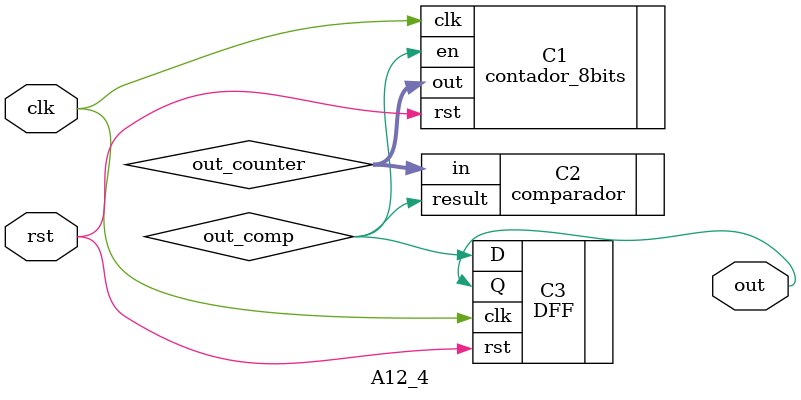
<source format=v>
/*
Program: CI Digital T2/2025
Class: Introdução à Verilog  
Class-ID: SD112
Advisor: Felipe Rocha 
Advisor-Contact: felipef.rocha@inatel.br
Institute: INATEL - Santa Rita do Sapucaí / MG  
Development: André Bezerra 
Student-Contact: andrefrbezerra@gmail.com
Task-ID: A-012
Type: Laboratory
Data: novembro, 3 2025
*/

`timescale 1 ns / 1 ps;

module A12_4 #(parameter CONST=10,WIDTH=8)(
    input clk,rst,
    output out

);

wire out_comp;
wire [WIDTH-1:0] out_counter;


contador_8bits #(.WIDTH (8))            C1 (.clk(clk), .rst(rst), .en(out_comp), .out(out_counter));
comparador #(.CONST(CONST), .WIDTH(8)) C2  (.in(out_counter),.result(out_comp));
DFF                                     C3  (.clk(clk),.rst(rst),.D(out_comp),.Q(out));


endmodule

</source>
